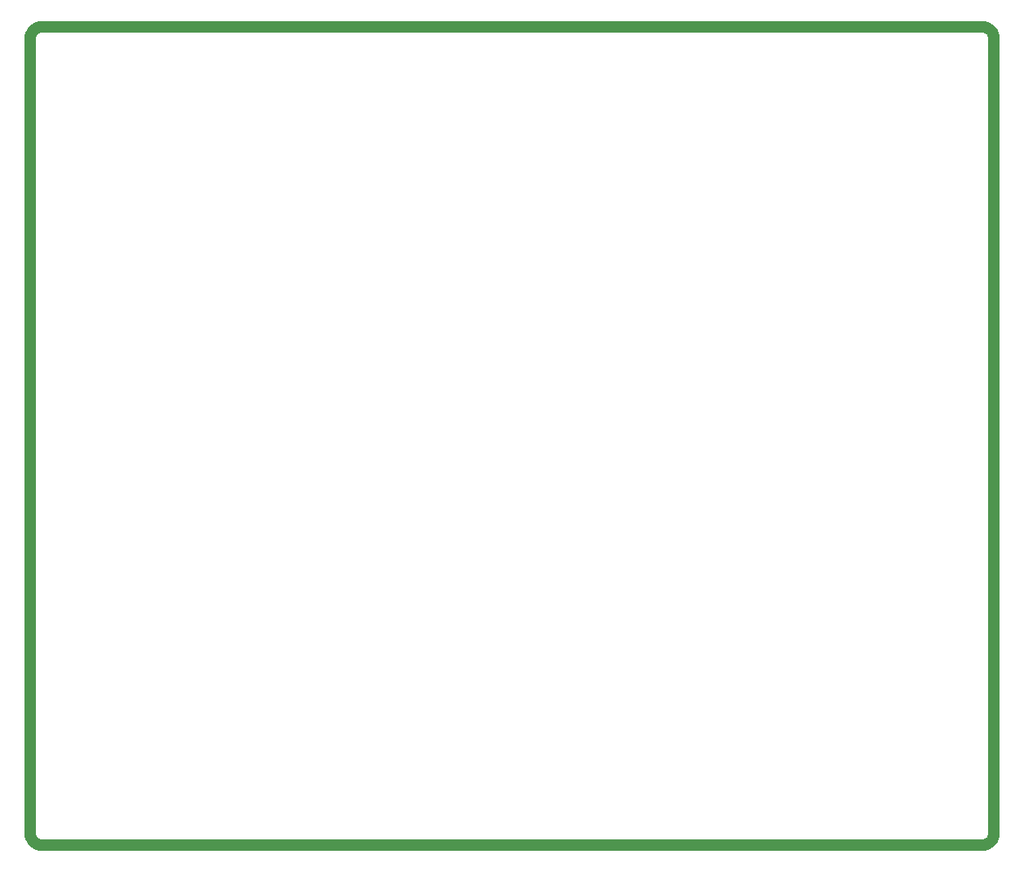
<source format=gko>
G04*
G04 #@! TF.GenerationSoftware,Altium Limited,Altium Designer,21.3.2 (30)*
G04*
G04 Layer_Color=16711935*
%FSLAX25Y25*%
%MOIN*%
G70*
G04*
G04 #@! TF.SameCoordinates,176562F1-B387-4AA2-8F74-3CF4574A4688*
G04*
G04*
G04 #@! TF.FilePolarity,Positive*
G04*
G01*
G75*
%ADD48C,0.04724*%
D48*
X5000Y334646D02*
X4025Y334550D01*
X3087Y334265D01*
X2222Y333803D01*
X1464Y333181D01*
X843Y332423D01*
X381Y331559D01*
X96Y330621D01*
X0Y329646D01*
X393701D02*
X393605Y330621D01*
X393320Y331559D01*
X392858Y332423D01*
X392236Y333181D01*
X391479Y333803D01*
X390614Y334265D01*
X389676Y334550D01*
X388701Y334646D01*
Y0D02*
X389676Y96D01*
X390614Y381D01*
X391479Y843D01*
X392236Y1464D01*
X392858Y2222D01*
X393320Y3087D01*
X393605Y4025D01*
X393701Y5000D01*
X0D02*
X96Y4025D01*
X381Y3087D01*
X843Y2222D01*
X1464Y1464D01*
X2222Y843D01*
X3087Y381D01*
X4025Y96D01*
X5000Y0D01*
X0Y295276D02*
Y329646D01*
X5000Y334646D02*
X388701D01*
X393701Y5000D02*
Y329646D01*
X5000Y0D02*
X388701D01*
X0Y5000D02*
Y295276D01*
M02*

</source>
